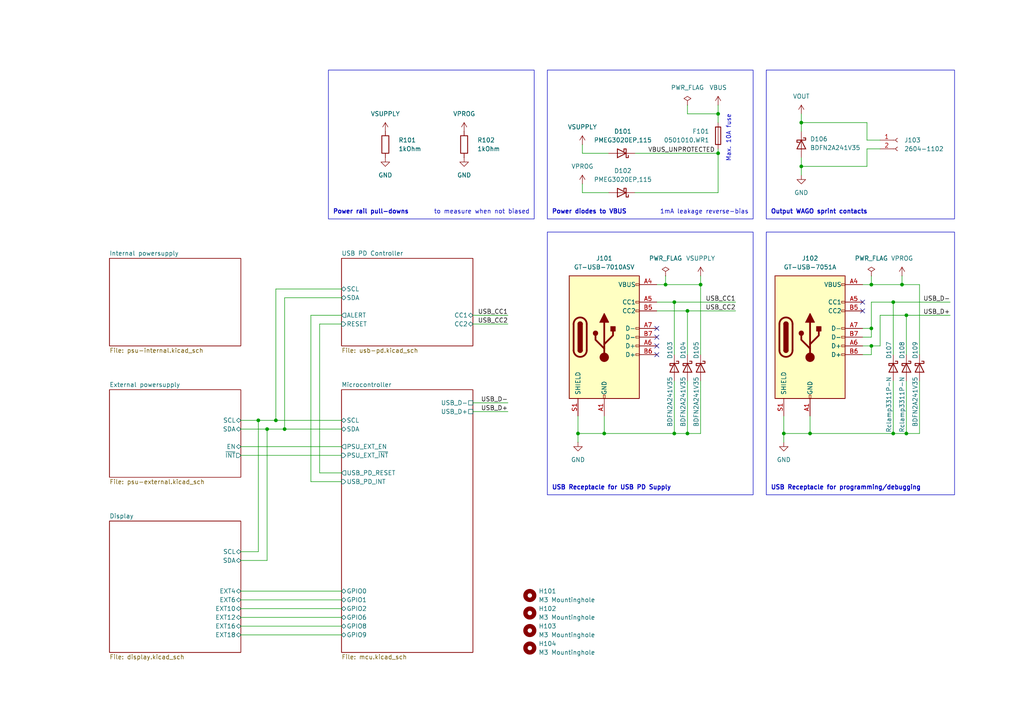
<source format=kicad_sch>
(kicad_sch (version 20231120) (generator "eeschema") (generator_version "8.0")
  (paper "A4")
  (title_block (title "Variable USB power supply") (date "2024-04-23") (rev "1") (company "Sarif"))
  (lib_symbols
    (symbol "Connector:Conn_01x02_Socket" (pin_names (offset 1.016) hide)
      (property "Reference" "J" (at 0 2.54 0))
      (property "Value" "Conn_01x02_Socket" (at 0 -5.08 0))
      (symbol "Conn_01x02_Socket_1_1"
        (arc (start 0 -2.032) (mid -0.5058 -2.54) (end 0 -3.048) (stroke (width 0.1524)))
        (polyline (pts (xy -1.27 -2.54) (xy -0.508 -2.54)) (stroke (width 0.1524)))
        (polyline (pts (xy -1.27 0) (xy -0.508 0)) (stroke (width 0.1524)))
        (arc (start 0 0.508) (mid -0.5058 0) (end 0 -0.508) (stroke (width 0.1524)))
        (pin passive line (at -5.08 0 0) (length 3.81) (name "Pin_1") (number "1"))
        (pin passive line (at -5.08 -2.54 0) (length 3.81) (name "Pin_2") (number "2"))
      )
    )
    (symbol "Connector:USB_C_Receptacle_USB2.0_14P" (pin_names (offset 1.016))
      (property "Reference" "J" (at 0 22.225 0))
      (property "Value" "USB_C_Receptacle_USB2.0_14P" (at 0 19.685 0))
      (symbol "USB_C_Receptacle_USB2.0_14P_0_0"
        (rectangle (start -0.254 -17.78) (end 0.254 -16.764))
        (rectangle (start 10.16 -4.826) (end 9.144 -5.334))
        (rectangle (start 10.16 -2.286) (end 9.144 -2.794))
        (rectangle (start 10.16 0.254) (end 9.144 -0.254))
        (rectangle (start 10.16 2.794) (end 9.144 2.286))
        (rectangle (start 10.16 7.874) (end 9.144 7.366))
        (rectangle (start 10.16 10.414) (end 9.144 9.906))
        (rectangle (start 10.16 15.494) (end 9.144 14.986))
      )
      (symbol "USB_C_Receptacle_USB2.0_14P_0_1"
        (rectangle (start -10.16 17.78) (end 10.16 -17.78) (stroke (width 0.254)) (fill (type background)))
        (arc (start -8.89 -3.81) (mid -6.985 -5.7067) (end -5.08 -3.81) (stroke (width 0.508)))
        (arc (start -7.62 -3.81) (mid -6.985 -4.4423) (end -6.35 -3.81) (stroke (width 0.254)))
        (arc (start -7.62 -3.81) (mid -6.985 -4.4423) (end -6.35 -3.81) (stroke (width 0.254)) (fill (type outline)))
        (rectangle (start -7.62 -3.81) (end -6.35 3.81) (stroke (width 0.254)) (fill (type outline)))
        (arc (start -6.35 3.81) (mid -6.985 4.4423) (end -7.62 3.81) (stroke (width 0.254)))
        (arc (start -6.35 3.81) (mid -6.985 4.4423) (end -7.62 3.81) (stroke (width 0.254)) (fill (type outline)))
        (arc (start -5.08 3.81) (mid -6.985 5.7067) (end -8.89 3.81) (stroke (width 0.508)))
        (circle (center -2.54 1.143) (radius 0.635) (stroke (width 0.254)) (fill (type outline)))
        (circle (center 0 -5.842) (radius 1.27) (fill (type outline)))
        (polyline (pts (xy -8.89 -3.81) (xy -8.89 3.81)) (stroke (width 0.508)))
        (polyline (pts (xy -5.08 3.81) (xy -5.08 -3.81)) (stroke (width 0.508)))
        (polyline (pts (xy 0 -5.842) (xy 0 4.318)) (stroke (width 0.508)))
        (polyline (pts (xy 0 -3.302) (xy -2.54 -0.762) (xy -2.54 0.508)) (stroke (width 0.508)))
        (polyline (pts (xy 0 -2.032) (xy 2.54 0.508) (xy 2.54 1.778)) (stroke (width 0.508)))
        (polyline (pts (xy -1.27 4.318) (xy 0 6.858) (xy 1.27 4.318) (xy -1.27 4.318)) (stroke (width 0.254)) (fill (type outline)))
        (rectangle (start 1.905 1.778) (end 3.175 3.048) (stroke (width 0.254)) (fill (type outline)))
      )
      (symbol "USB_C_Receptacle_USB2.0_14P_1_1"
        (pin passive line (at 0 -22.86 90) (length 5.08) (name "GND") (number "A1"))
        (pin passive line (at 0 -22.86 90) (length 5.08) hide (name "GND") (number "A12"))
        (pin passive line (at 15.24 15.24 180) (length 5.08) (name "VBUS") (number "A4"))
        (pin bidirectional line (at 15.24 10.16 180) (length 5.08) (name "CC1") (number "A5"))
        (pin bidirectional line (at 15.24 -2.54 180) (length 5.08) (name "D+") (number "A6"))
        (pin bidirectional line (at 15.24 2.54 180) (length 5.08) (name "D-") (number "A7"))
        (pin passive line (at 15.24 15.24 180) (length 5.08) hide (name "VBUS") (number "A9"))
        (pin passive line (at 0 -22.86 90) (length 5.08) hide (name "GND") (number "B1"))
        (pin passive line (at 0 -22.86 90) (length 5.08) hide (name "GND") (number "B12"))
        (pin passive line (at 15.24 15.24 180) (length 5.08) hide (name "VBUS") (number "B4"))
        (pin bidirectional line (at 15.24 7.62 180) (length 5.08) (name "CC2") (number "B5"))
        (pin bidirectional line (at 15.24 -5.08 180) (length 5.08) (name "D+") (number "B6"))
        (pin bidirectional line (at 15.24 0 180) (length 5.08) (name "D-") (number "B7"))
        (pin passive line (at 15.24 15.24 180) (length 5.08) hide (name "VBUS") (number "B9"))
        (pin passive line (at -7.62 -22.86 90) (length 5.08) (name "SHIELD") (number "S1"))
      )
    )
    (symbol "Device:D_Schottky" (pin_numbers hide) (pin_names (offset 1.016) hide)
      (property "Reference" "D" (at 0 2.54 0))
      (property "Value" "D_Schottky" (at 0 -2.54 0))
      (symbol "D_Schottky_0_1"
        (polyline (pts (xy 1.27 0) (xy -1.27 0)))
        (polyline (pts (xy 1.27 1.27) (xy 1.27 -1.27) (xy -1.27 0) (xy 1.27 1.27)) (stroke (width 0.254)))
        (polyline (pts (xy -1.905 0.635) (xy -1.905 1.27) (xy -1.27 1.27) (xy -1.27 -1.27) (xy -0.635 -1.27) (xy -0.635 -0.635)) (stroke (width 0.254)))
      )
      (symbol "D_Schottky_1_1"
        (pin passive line (at -3.81 0 0) (length 2.54) (name "K") (number "1"))
        (pin passive line (at 3.81 0 180) (length 2.54) (name "A") (number "2"))
      )
    )
    (symbol "Device:Fuse" (pin_numbers hide) (pin_names (offset 0))
      (property "Reference" "F" (at 2.032 0 90))
      (property "Value" "Fuse" (at -1.905 0 90))
      (symbol "Fuse_0_1"
        (rectangle (start -0.762 -2.54) (end 0.762 2.54) (stroke (width 0.254)))
        (polyline (pts (xy 0 2.54) (xy 0 -2.54)))
      )
      (symbol "Fuse_1_1"
        (pin passive line (at 0 3.81 270) (length 1.27) (name "~") (number "1"))
        (pin passive line (at 0 -3.81 90) (length 1.27) (name "~") (number "2"))
      )
    )
    (symbol "Device:R" (pin_numbers hide) (pin_names (offset 0))
      (property "Reference" "R" (at 2.032 0 90))
      (property "Value" "R" (at 0 0 90))
      (symbol "R_0_1"
        (rectangle (start -1.016 -2.54) (end 1.016 2.54) (stroke (width 0.254)))
      )
      (symbol "R_1_1"
        (pin passive line (at 0 3.81 270) (length 1.27) (name "~") (number "1"))
        (pin passive line (at 0 -3.81 90) (length 1.27) (name "~") (number "2"))
      )
    )
    (symbol "Mechanical:MountingHole" (pin_names (offset 1.016)) (exclude_from_sim yes) (in_bom no)
      (property "Reference" "H" (at 0 5.08 0))
      (property "Value" "MountingHole" (at 0 3.175 0))
      (symbol "MountingHole_0_1"
        (circle (center 0 0) (radius 1.27) (stroke (width 1.27)))
      )
    )
    (symbol "power:GND" (power) (pin_numbers hide) (pin_names (offset 0) hide)
      (property "Value" "GND" (at 0 -3.81 0))
      (symbol "GND_0_1"
        (polyline (pts (xy 0 0) (xy 0 -1.27) (xy 1.27 -1.27) (xy 0 -2.54) (xy -1.27 -1.27) (xy 0 -1.27)))
      )
      (symbol "GND_1_1"
        (pin power_in line (at 0 0 270) (length 0) (name "~") (number "1"))
      )
    )
    (symbol "power:PWR_FLAG" (power) (pin_numbers hide) (pin_names (offset 0) hide)
      (property "Value" "PWR_FLAG" (at 0 3.81 0))
      (symbol "PWR_FLAG_0_0"
        (pin power_out line (at 0 0 90) (length 0) (name "~") (number "1"))
      )
      (symbol "PWR_FLAG_0_1"
        (polyline (pts (xy 0 0) (xy 0 1.27) (xy -1.016 1.905) (xy 0 2.54) (xy 1.016 1.905) (xy 0 1.27)))
      )
    )
    (symbol "power:VBUS" (power) (pin_numbers hide) (pin_names (offset 0) hide)
      (property "Value" "VBUS" (at 0 3.556 0))
      (symbol "VBUS_0_1"
        (polyline (pts (xy -0.762 1.27) (xy 0 2.54)))
        (polyline (pts (xy 0 0) (xy 0 2.54)))
        (polyline (pts (xy 0 2.54) (xy 0.762 1.27)))
      )
      (symbol "VBUS_1_1"
        (pin power_in line (at 0 0 90) (length 0) (name "~") (number "1"))
      )
    )
  )
  (junction (at 234.95 125.73))
  (junction (at 262.89 125.73))
  (junction (at 259.08 125.73))
  (junction (at 195.58 125.73))
  (junction (at 232.41 35.56))
  (junction (at 195.58 87.63))
  (junction (at 252.73 95.25))
  (junction (at 199.39 125.73))
  (junction (at 262.89 91.44))
  (junction (at 261.62 82.55))
  (junction (at 82.55 124.46))
  (junction (at 167.64 125.73))
  (junction (at 80.01 121.92))
  (junction (at 203.2 82.55))
  (junction (at 199.39 90.17))
  (junction (at 232.41 48.26))
  (junction (at 193.04 82.55))
  (junction (at 208.28 33.02))
  (junction (at 259.08 87.63))
  (junction (at 227.33 125.73))
  (junction (at 175.26 125.73))
  (junction (at 74.93 121.92))
  (junction (at 77.47 124.46))
  (junction (at 252.73 82.55))
  (junction (at 252.73 100.33))
  (junction (at 208.28 44.45))
  (no_connect (at 190.5 102.87))
  (no_connect (at 190.5 97.79))
  (no_connect (at 250.19 87.63))
  (no_connect (at 190.5 100.33))
  (no_connect (at 190.5 95.25))
  (no_connect (at 250.19 90.17))
  (wire (pts (xy 259.08 87.63) (xy 275.59 87.63)))
  (wire (pts (xy 184.15 55.88) (xy 208.28 55.88)))
  (wire (pts (xy 203.2 102.87) (xy 203.2 82.55)))
  (wire (pts (xy 208.28 33.02) (xy 208.28 35.56)))
  (wire (pts (xy 195.58 87.63) (xy 195.58 102.87)))
  (wire (pts (xy 234.95 125.73) (xy 234.95 120.65)))
  (wire (pts (xy 250.19 82.55) (xy 252.73 82.55)))
  (wire (pts (xy 255.27 43.18) (xy 251.46 43.18)))
  (wire (pts (xy 168.91 44.45) (xy 176.53 44.45)))
  (wire (pts (xy 252.73 80.01) (xy 252.73 82.55)))
  (wire (pts (xy 232.41 48.26) (xy 232.41 50.8)))
  (wire (pts (xy 167.64 120.65) (xy 167.64 125.73)))
  (wire (pts (xy 251.46 43.18) (xy 251.46 48.26)))
  (wire (pts (xy 252.73 82.55) (xy 261.62 82.55)))
  (wire (pts (xy 262.89 91.44) (xy 262.89 102.87)))
  (wire (pts (xy 69.85 124.46) (xy 77.47 124.46)))
  (wire (pts (xy 199.39 125.73) (xy 195.58 125.73)))
  (wire (pts (xy 190.5 82.55) (xy 193.04 82.55)))
  (wire (pts (xy 82.55 124.46) (xy 99.06 124.46)))
  (wire (pts (xy 252.73 97.79) (xy 250.19 97.79)))
  (wire (pts (xy 137.16 91.44) (xy 147.32 91.44)))
  (wire (pts (xy 261.62 80.01) (xy 261.62 82.55)))
  (wire (pts (xy 69.85 171.45) (xy 99.06 171.45)))
  (wire (pts (xy 168.91 41.91) (xy 168.91 44.45)))
  (wire (pts (xy 69.85 181.61) (xy 99.06 181.61)))
  (wire (pts (xy 168.91 53.34) (xy 168.91 55.88)))
  (wire (pts (xy 255.27 91.44) (xy 262.89 91.44)))
  (wire (pts (xy 190.5 87.63) (xy 195.58 87.63)))
  (wire (pts (xy 82.55 86.36) (xy 82.55 124.46)))
  (wire (pts (xy 251.46 35.56) (xy 251.46 40.64)))
  (wire (pts (xy 251.46 48.26) (xy 232.41 48.26)))
  (wire (pts (xy 199.39 90.17) (xy 213.36 90.17)))
  (wire (pts (xy 69.85 129.54) (xy 99.06 129.54)))
  (wire (pts (xy 203.2 110.49) (xy 203.2 125.73)))
  (wire (pts (xy 259.08 87.63) (xy 259.08 102.87)))
  (wire (pts (xy 255.27 100.33) (xy 255.27 91.44)))
  (wire (pts (xy 69.85 121.92) (xy 74.93 121.92)))
  (wire (pts (xy 69.85 173.99) (xy 99.06 173.99)))
  (wire (pts (xy 234.95 125.73) (xy 259.08 125.73)))
  (wire (pts (xy 184.15 44.45) (xy 208.28 44.45)))
  (wire (pts (xy 80.01 83.82) (xy 80.01 121.92)))
  (wire (pts (xy 266.7 110.49) (xy 266.7 125.73)))
  (wire (pts (xy 227.33 125.73) (xy 234.95 125.73)))
  (wire (pts (xy 203.2 125.73) (xy 199.39 125.73)))
  (wire (pts (xy 252.73 95.25) (xy 252.73 87.63)))
  (wire (pts (xy 80.01 121.92) (xy 99.06 121.92)))
  (wire (pts (xy 266.7 125.73) (xy 262.89 125.73)))
  (wire (pts (xy 137.16 116.84) (xy 147.32 116.84)))
  (wire (pts (xy 266.7 82.55) (xy 261.62 82.55)))
  (wire (pts (xy 92.71 137.16) (xy 92.71 93.98)))
  (wire (pts (xy 199.39 30.48) (xy 199.39 33.02)))
  (wire (pts (xy 232.41 48.26) (xy 232.41 45.72)))
  (wire (pts (xy 203.2 80.01) (xy 203.2 82.55)))
  (wire (pts (xy 252.73 100.33) (xy 255.27 100.33)))
  (wire (pts (xy 69.85 179.07) (xy 99.06 179.07)))
  (wire (pts (xy 99.06 86.36) (xy 82.55 86.36)))
  (wire (pts (xy 208.28 55.88) (xy 208.28 44.45)))
  (wire (pts (xy 90.17 91.44) (xy 90.17 139.7)))
  (wire (pts (xy 199.39 90.17) (xy 199.39 102.87)))
  (wire (pts (xy 199.39 110.49) (xy 199.39 125.73)))
  (wire (pts (xy 77.47 124.46) (xy 82.55 124.46)))
  (wire (pts (xy 262.89 91.44) (xy 275.59 91.44)))
  (wire (pts (xy 99.06 137.16) (xy 92.71 137.16)))
  (wire (pts (xy 69.85 160.02) (xy 74.93 160.02)))
  (wire (pts (xy 232.41 33.02) (xy 232.41 35.56)))
  (wire (pts (xy 77.47 162.56) (xy 69.85 162.56)))
  (wire (pts (xy 232.41 38.1) (xy 232.41 35.56)))
  (wire (pts (xy 252.73 95.25) (xy 252.73 97.79)))
  (wire (pts (xy 168.91 55.88) (xy 176.53 55.88)))
  (wire (pts (xy 193.04 80.01) (xy 193.04 82.55)))
  (wire (pts (xy 252.73 87.63) (xy 259.08 87.63)))
  (wire (pts (xy 74.93 160.02) (xy 74.93 121.92)))
  (wire (pts (xy 252.73 102.87) (xy 250.19 102.87)))
  (wire (pts (xy 137.16 119.38) (xy 147.32 119.38)))
  (wire (pts (xy 167.64 125.73) (xy 175.26 125.73)))
  (wire (pts (xy 208.28 43.18) (xy 208.28 44.45)))
  (wire (pts (xy 208.28 30.48) (xy 208.28 33.02)))
  (wire (pts (xy 250.19 100.33) (xy 252.73 100.33)))
  (wire (pts (xy 199.39 33.02) (xy 208.28 33.02)))
  (wire (pts (xy 92.71 93.98) (xy 99.06 93.98)))
  (wire (pts (xy 167.64 125.73) (xy 167.64 128.27)))
  (wire (pts (xy 227.33 120.65) (xy 227.33 125.73)))
  (wire (pts (xy 175.26 125.73) (xy 175.26 120.65)))
  (wire (pts (xy 262.89 125.73) (xy 262.89 110.49)))
  (wire (pts (xy 74.93 121.92) (xy 80.01 121.92)))
  (wire (pts (xy 137.16 93.98) (xy 147.32 93.98)))
  (wire (pts (xy 190.5 90.17) (xy 199.39 90.17)))
  (wire (pts (xy 69.85 184.15) (xy 99.06 184.15)))
  (wire (pts (xy 252.73 100.33) (xy 252.73 102.87)))
  (wire (pts (xy 193.04 82.55) (xy 203.2 82.55)))
  (wire (pts (xy 99.06 91.44) (xy 90.17 91.44)))
  (wire (pts (xy 251.46 40.64) (xy 255.27 40.64)))
  (wire (pts (xy 250.19 95.25) (xy 252.73 95.25)))
  (wire (pts (xy 195.58 87.63) (xy 213.36 87.63)))
  (wire (pts (xy 195.58 125.73) (xy 195.58 110.49)))
  (wire (pts (xy 69.85 132.08) (xy 99.06 132.08)))
  (wire (pts (xy 232.41 35.56) (xy 251.46 35.56)))
  (wire (pts (xy 69.85 176.53) (xy 99.06 176.53)))
  (wire (pts (xy 227.33 125.73) (xy 227.33 128.27)))
  (wire (pts (xy 266.7 102.87) (xy 266.7 82.55)))
  (wire (pts (xy 259.08 125.73) (xy 259.08 110.49)))
  (wire (pts (xy 90.17 139.7) (xy 99.06 139.7)))
  (wire (pts (xy 99.06 83.82) (xy 80.01 83.82)))
  (wire (pts (xy 259.08 125.73) (xy 262.89 125.73)))
  (wire (pts (xy 77.47 124.46) (xy 77.47 162.56)))
  (wire (pts (xy 175.26 125.73) (xy 195.58 125.73)))
  (rectangle (start 158.75 67.31) (end 218.44 143.51))
  (rectangle (start 222.25 67.31) (end 276.86 143.51))
  (rectangle (start 95.25 20.32) (end 154.94 63.5))
  (rectangle (start 222.25 20.32) (end 276.86 63.5))
  (rectangle (start 158.75 20.32) (end 218.44 63.5))
  (text "to measure when not biased" (at 153.67 62.23 0) (effects (font (size 1.27 1.27)) (justify right bottom)))
  (text "Max. 10A fuse" (at 212.09 46.99 90) (effects (font (size 1.27 1.27)) (justify left bottom)))
  (text "Power rail pull-downs" (at 96.52 62.23 0) (effects (font (size 1.27 1.27) (thickness 0.254) (bold yes)) (justify left bottom)))
  (text "USB Receptacle for programming/debugging" (at 223.52 142.24 0) (effects (font (size 1.27 1.27) (thickness 0.254) (bold yes)) (justify left bottom)))
  (text "USB Receptacle for USB PD Supply" (at 160.02 142.24 0) (effects (font (size 1.27 1.27) (thickness 0.254) (bold yes)) (justify left bottom)))
  (text "1mA leakage reverse-bias" (at 217.17 62.23 0) (effects (font (size 1.27 1.27)) (justify right bottom)))
  (text "Power diodes to VBUS" (at 160.02 62.23 0) (effects (font (size 1.27 1.27) (thickness 0.254) (bold yes)) (justify left bottom)))
  (text "Output WAGO sprint contacts" (at 223.52 62.23 0) (effects (font (size 1.27 1.27) (thickness 0.254) (bold yes)) (justify left bottom)))
  (label "USB_CC2" (at 147.32 93.98 180))
  (label "USB_CC1" (at 147.32 91.44 180))
  (label "USB_D+" (at 147.32 119.38 180))
  (label "USB_D-" (at 275.59 87.63 180))
  (label "USB_D+" (at 275.59 91.44 180))
  (label "USB_D-" (at 147.32 116.84 180))
  (label "USB_CC2" (at 213.36 90.17 180))
  (label "VBUS_UNPROTECTED" (at 187.96 44.45 0))
  (label "USB_CC1" (at 213.36 87.63 180))
  (symbol (lib_id "power:VBUS") (at 203.2 80.01 0) (unit 1)
    (property "Reference" "#PWR0104" (effects (hide yes)))
    (property "Value" "VSUPPLY" (at 203.2 74.93 0))
    (property "Description" "Power symbol creates a global label with name \"VBUS\"" (effects (hide yes)))
  )
  (symbol (lib_id "power:VBUS") (at 134.62 38.1 0) (unit 1)
    (property "Reference" "#PWR0111" (effects (hide yes)))
    (property "Value" "VPROG" (at 134.62 33.02 0))
    (property "Description" "Power symbol creates a global label with name \"VBUS\"" (effects (hide yes)))
  )
  (symbol (lib_id "Mechanical:MountingHole") (at 153.67 177.8 0) (unit 1) (exclude_from_sim yes) (in_bom no)
    (property "Reference" "H102" (at 156.21 176.5299 0) (effects (justify left)))
    (property "Value" "M3 Mountinghole" (at 156.21 179.0699 0) (effects (justify left)))
    (property "Footprint" "project:MountingHole_3.2mm_M3" (effects (hide yes)))
    (property "Description" "Mounting Hole without connection" (effects (hide yes)))
  )
  (symbol (lib_id "Device:D_Schottky") (at 180.34 44.45 180) (unit 1)
    (property "Reference" "D101" (at 180.6575 38.1 0))
    (property "Value" "PMEG3020EP,115" (at 180.6575 40.64 0))
    (property "Footprint" "Diode_SMD:D_SOD-128" (effects (hide yes)))
    (property "Description" "Schottky diode" (effects (hide yes)))
    (property "LCSC" "C513108" (effects (hide yes)))
  )
  (symbol (lib_id "power:GND") (at 167.64 128.27 0) (unit 1)
    (property "Reference" "#PWR0101" (effects (hide yes)))
    (property "Value" "GND" (at 167.64 133.35 0))
    (property "Description" "Power symbol creates a global label with name \"GND\" , ground" (effects (hide yes)))
  )
  (symbol (lib_id "power:VBUS") (at 111.76 38.1 0) (unit 1)
    (property "Reference" "#PWR0110" (effects (hide yes)))
    (property "Value" "VSUPPLY" (at 111.76 33.02 0))
    (property "Description" "Power symbol creates a global label with name \"VBUS\"" (effects (hide yes)))
  )
  (symbol (lib_id "Device:R") (at 111.76 41.91 180) (unit 1)
    (property "Reference" "R101" (at 115.57 40.64 0) (effects (justify right)))
    (property "Value" "1kOhm" (at 115.57 43.18 0) (effects (justify right)))
    (property "Footprint" "Resistor_SMD:R_0402_1005Metric" (effects (hide yes)))
    (property "LCSC" "C11702" (effects (hide yes)))
  )
  (symbol (lib_id "Connector:USB_C_Receptacle_USB2.0_14P") (at 234.95 97.79 0) (unit 1)
    (property "Reference" "J102" (at 234.95 74.93 0))
    (property "Value" "GT-USB-7051A" (at 234.95 77.47 0))
    (property "Footprint" "Connector_USB:USB_C_Receptacle_G-Switch_GT-USB-7051x" (effects (hide yes)))
    (property "Datasheet" "https://www.usb.org/sites/default/files/documents/usb_type-c.zip" (effects (hide yes)))
    (property "Description" "USB 2.0-only 14P Type-C Receptacle connector" (effects (hide yes)))
    (property "LCSC" "C2843970" (effects (hide yes)))
  )
  (symbol (lib_id "power:VBUS") (at 208.28 30.48 0) (unit 1)
    (property "Reference" "#PWR0105" (effects (hide yes)))
    (property "Value" "VBUS" (at 208.28 25.4 0))
    (property "Description" "Power symbol creates a global label with name \"VBUS\"" (effects (hide yes)))
  )
  (symbol (lib_id "power:PWR_FLAG") (at 193.04 80.01 0) (unit 1)
    (property "Reference" "#FLG0101" (effects (hide yes)))
    (property "Value" "PWR_FLAG" (at 193.04 74.93 0))
    (property "Description" "Special symbol for telling ERC where power comes from" (effects (hide yes)))
  )
  (symbol (lib_id "power:VBUS") (at 232.41 33.02 0) (unit 1)
    (property "Reference" "#PWR0107" (effects (hide yes)))
    (property "Value" "VOUT" (at 232.41 27.94 0))
    (property "Description" "Power symbol creates a global label with name \"VBUS\"" (effects (hide yes)))
  )
  (symbol (lib_id "power:GND") (at 232.41 50.8 0) (unit 1)
    (property "Reference" "#PWR0108" (effects (hide yes)))
    (property "Value" "GND" (at 232.41 55.88 0))
    (property "Description" "Power symbol creates a global label with name \"GND\" , ground" (effects (hide yes)))
  )
  (symbol (lib_id "Connector:USB_C_Receptacle_USB2.0_14P") (at 175.26 97.79 0) (unit 1)
    (property "Reference" "J101" (at 175.26 74.93 0))
    (property "Value" "GT-USB-7010ASV" (at 175.26 77.47 0))
    (property "Footprint" "Connector_USB:USB_C_Receptacle_G-Switch_GT-USB-7010ASV" (effects (hide yes)))
    (property "Datasheet" "https://www.usb.org/sites/default/files/documents/usb_type-c.zip" (effects (hide yes)))
    (property "Description" "USB 2.0-only 14P Type-C Receptacle connector" (effects (hide yes)))
    (property "LCSC" "C2988369" (effects (hide yes)))
  )
  (symbol (lib_id "power:VBUS") (at 261.62 80.01 0) (unit 1)
    (property "Reference" "#PWR0109" (effects (hide yes)))
    (property "Value" "VPROG" (at 261.62 74.93 0))
    (property "Description" "Power symbol creates a global label with name \"VBUS\"" (effects (hide yes)))
  )
  (symbol (lib_id "Mechanical:MountingHole") (at 153.67 172.72 0) (unit 1) (exclude_from_sim yes) (in_bom no)
    (property "Reference" "H101" (at 156.21 171.4499 0) (effects (justify left)))
    (property "Value" "M3 Mountinghole" (at 156.21 173.9899 0) (effects (justify left)))
    (property "Footprint" "project:MountingHole_3.2mm_M3" (effects (hide yes)))
    (property "Description" "Mounting Hole without connection" (effects (hide yes)))
  )
  (symbol (lib_id "power:GND") (at 111.76 45.72 0) (unit 1)
    (property "Reference" "#PWR0112" (effects (hide yes)))
    (property "Value" "GND" (at 111.76 50.8 0))
    (property "Description" "Power symbol creates a global label with name \"GND\" , ground" (effects (hide yes)))
  )
  (symbol (lib_id "power:PWR_FLAG") (at 199.39 30.48 0) (unit 1)
    (property "Reference" "#FLG0102" (effects (hide yes)))
    (property "Value" "PWR_FLAG" (at 199.39 25.4 0))
    (property "Description" "Special symbol for telling ERC where power comes from" (effects (hide yes)))
  )
  (symbol (lib_id "power:GND") (at 227.33 128.27 0) (unit 1)
    (property "Reference" "#PWR0106" (effects (hide yes)))
    (property "Value" "GND" (at 227.33 133.35 0))
    (property "Description" "Power symbol creates a global label with name \"GND\" , ground" (effects (hide yes)))
  )
  (symbol (lib_id "power:GND") (at 134.62 45.72 0) (unit 1)
    (property "Reference" "#PWR0113" (effects (hide yes)))
    (property "Value" "GND" (at 134.62 50.8 0))
    (property "Description" "Power symbol creates a global label with name \"GND\" , ground" (effects (hide yes)))
  )
  (symbol (lib_id "Device:D_Schottky") (at 203.2 106.68 270) (unit 1)
    (property "Reference" "D105" (at 201.93 104.14 0) (effects (justify right)))
    (property "Value" "BDFN2A241V35" (at 201.93 109.22 0) (effects (justify left)))
    (property "Footprint" "Diode_SMD:D_SOD-882" (effects (hide yes)))
    (property "Description" "Schottky diode" (effects (hide yes)))
    (property "LCSC" "C406193" (effects (hide yes)))
  )
  (symbol (lib_id "Device:D_Schottky") (at 199.39 106.68 270) (unit 1)
    (property "Reference" "D104" (at 198.12 104.14 0) (effects (justify right)))
    (property "Value" "BDFN2A241V35" (at 198.12 109.22 0) (effects (justify left)))
    (property "Footprint" "Diode_SMD:D_SOD-882" (effects (hide yes)))
    (property "Description" "Schottky diode" (effects (hide yes)))
    (property "LCSC" "C406193" (effects (hide yes)))
  )
  (symbol (lib_id "Device:Fuse") (at 208.28 39.37 180) (unit 1)
    (property "Reference" "F101" (at 205.74 38.1 0) (effects (justify left)))
    (property "Value" "0501010.WR1" (at 205.74 40.64 0) (effects (justify left)))
    (property "Footprint" "Fuse:Fuse_1206_3216Metric" (effects (hide yes)))
    (property "Datasheet" "https://datasheet.lcsc.com/lcsc/2311021101_Littelfuse-0501010-WR1_C207003.pdf" (effects (hide yes)))
    (property "LCSC" "C207003" (effects (hide yes)))
  )
  (symbol (lib_id "Mechanical:MountingHole") (at 153.67 187.96 0) (unit 1) (exclude_from_sim yes) (in_bom no)
    (property "Reference" "H104" (at 156.21 186.6899 0) (effects (justify left)))
    (property "Value" "M3 Mountinghole" (at 156.21 189.2299 0) (effects (justify left)))
    (property "Footprint" "project:MountingHole_3.2mm_M3" (effects (hide yes)))
    (property "Description" "Mounting Hole without connection" (effects (hide yes)))
  )
  (symbol (lib_id "Device:R") (at 134.62 41.91 180) (unit 1)
    (property "Reference" "R102" (at 138.43 40.64 0) (effects (justify right)))
    (property "Value" "1kOhm" (at 138.43 43.18 0) (effects (justify right)))
    (property "Footprint" "Resistor_SMD:R_0402_1005Metric" (effects (hide yes)))
    (property "LCSC" "C11702" (effects (hide yes)))
  )
  (symbol (lib_id "Device:D_Schottky") (at 266.7 106.68 270) (unit 1)
    (property "Reference" "D109" (at 265.43 104.14 0) (effects (justify right)))
    (property "Value" "BDFN2A241V35" (at 265.43 109.22 0) (effects (justify left)))
    (property "Footprint" "Diode_SMD:D_SOD-882" (effects (hide yes)))
    (property "Description" "Schottky diode" (effects (hide yes)))
    (property "LCSC" "C406193" (effects (hide yes)))
  )
  (symbol (lib_id "Device:D_Schottky") (at 180.34 55.88 180) (unit 1)
    (property "Reference" "D102" (at 180.6575 49.53 0))
    (property "Value" "PMEG3020EP,115" (at 180.6575 52.07 0))
    (property "Footprint" "Diode_SMD:D_SOD-128" (effects (hide yes)))
    (property "Description" "Schottky diode" (effects (hide yes)))
    (property "LCSC" "C513108" (effects (hide yes)))
  )
  (symbol (lib_id "Device:D_Schottky") (at 195.58 106.68 270) (unit 1)
    (property "Reference" "D103" (at 194.31 104.14 0) (effects (justify right)))
    (property "Value" "BDFN2A241V35" (at 194.31 109.22 0) (effects (justify left)))
    (property "Footprint" "Diode_SMD:D_SOD-882" (effects (hide yes)))
    (property "Description" "Schottky diode" (effects (hide yes)))
    (property "LCSC" "C406193" (effects (hide yes)))
  )
  (symbol (lib_id "Device:D_Schottky") (at 259.08 106.68 270) (unit 1)
    (property "Reference" "D107" (at 257.81 104.14 0) (effects (justify right)))
    (property "Value" "Rclamp3311P-N" (at 257.81 109.22 0) (effects (justify left)))
    (property "Footprint" "Diode_SMD:D_SOD-882" (effects (hide yes)))
    (property "Description" "Schottky diode" (effects (hide yes)))
    (property "LCSC" "C406234" (effects (hide yes)))
  )
  (symbol (lib_id "Connector:Conn_01x02_Socket") (at 260.35 40.64 0) (unit 1)
    (property "Reference" "J103" (at 262.255 40.64 0) (effects (justify left)))
    (property "Value" "2604-1102" (at 262.255 43.18 0) (effects (justify left)))
    (property "Footprint" "project:WAGO-2604-1102" (effects (hide yes)))
  )
  (symbol (lib_id "Mechanical:MountingHole") (at 153.67 182.88 0) (unit 1) (exclude_from_sim yes) (in_bom no)
    (property "Reference" "H103" (at 156.21 181.6099 0) (effects (justify left)))
    (property "Value" "M3 Mountinghole" (at 156.21 184.1499 0) (effects (justify left)))
    (property "Footprint" "project:MountingHole_3.2mm_M3" (effects (hide yes)))
    (property "Description" "Mounting Hole without connection" (effects (hide yes)))
  )
  (symbol (lib_id "Device:D_Schottky") (at 232.41 41.91 270) (unit 1)
    (property "Reference" "D106" (at 234.95 40.3224 90) (effects (justify left)))
    (property "Value" "BDFN2A241V35" (at 234.95 42.8624 90) (effects (justify left)))
    (property "Footprint" "Diode_SMD:D_SOD-882" (effects (hide yes)))
    (property "Description" "Schottky diode" (effects (hide yes)))
    (property "LCSC" "C406193" (effects (hide yes)))
  )
  (symbol (lib_id "power:VBUS") (at 168.91 41.91 0) (unit 1)
    (property "Reference" "#PWR0102" (effects (hide yes)))
    (property "Value" "VSUPPLY" (at 168.91 36.83 0))
    (property "Description" "Power symbol creates a global label with name \"VBUS\"" (effects (hide yes)))
  )
  (symbol (lib_id "Device:D_Schottky") (at 262.89 106.68 270) (unit 1)
    (property "Reference" "D108" (at 261.62 104.14 0) (effects (justify right)))
    (property "Value" "Rclamp3311P-N" (at 261.62 109.22 0) (effects (justify left)))
    (property "Footprint" "Diode_SMD:D_SOD-882" (effects (hide yes)))
    (property "Description" "Schottky diode" (effects (hide yes)))
    (property "LCSC" "C406234" (effects (hide yes)))
  )
  (symbol (lib_id "power:VBUS") (at 168.91 53.34 0) (unit 1)
    (property "Reference" "#PWR0103" (effects (hide yes)))
    (property "Value" "VPROG" (at 168.91 48.26 0))
    (property "Description" "Power symbol creates a global label with name \"VBUS\"" (effects (hide yes)))
  )
  (symbol (lib_id "power:PWR_FLAG") (at 252.73 80.01 0) (unit 1)
    (property "Reference" "#FLG0103" (effects (hide yes)))
    (property "Value" "PWR_FLAG" (at 252.73 74.93 0))
    (property "Description" "Special symbol for telling ERC where power comes from" (effects (hide yes)))
  )
  (sheet (at 31.75 74.93) (size 38.1 25.4) (stroke (width 0.1524))
    (property "Sheetname" "Internal powersupply" (at 31.75 74.2184 0) (effects (justify left bottom)))
    (property "Sheetfile" "psu-internal.kicad_sch" (at 31.75 100.9146 0) (effects (justify left top)))
  )
  (sheet (at 31.75 113.03) (size 38.1 25.4) (stroke (width 0.1524))
    (property "Sheetname" "External powersupply" (at 31.75 112.3184 0) (effects (justify left bottom)))
    (property "Sheetfile" "psu-external.kicad_sch" (at 31.75 139.0146 0) (effects (justify left top)))
    (pin "~{INT}" output (at 69.85 132.08 0))
    (pin "SDA" bidirectional (at 69.85 124.46 0))
    (pin "SCL" bidirectional (at 69.85 121.92 0))
    (pin "EN" bidirectional (at 69.85 129.54 0))
  )
  (sheet (at 99.06 113.03) (size 38.1 76.2) (stroke (width 0.1524))
    (property "Sheetname" "Microcontroller" (at 99.06 112.3184 0) (effects (justify left bottom)))
    (property "Sheetfile" "mcu.kicad_sch" (at 99.06 189.8146 0) (effects (justify left top)))
    (pin "USB_D+" passive (at 137.16 119.38 0))
    (pin "USB_D-" passive (at 137.16 116.84 0))
    (pin "SCL" bidirectional (at 99.06 121.92 180))
    (pin "SDA" bidirectional (at 99.06 124.46 180))
    (pin "USB_PD_INT" input (at 99.06 139.7 180))
    (pin "PSU_EXT_EN" output (at 99.06 129.54 180))
    (pin "USB_PD_RESET" output (at 99.06 137.16 180))
    (pin "PSU_EXT_~{INT}" input (at 99.06 132.08 180))
    (pin "GPIO2" bidirectional (at 99.06 176.53 180))
    (pin "GPIO9" bidirectional (at 99.06 184.15 180))
    (pin "GPIO6" bidirectional (at 99.06 179.07 180))
    (pin "GPIO8" bidirectional (at 99.06 181.61 180))
    (pin "GPIO0" bidirectional (at 99.06 171.45 180))
    (pin "GPIO1" bidirectional (at 99.06 173.99 180))
  )
  (sheet (at 31.75 151.13) (size 38.1 38.1) (stroke (width 0.1524))
    (property "Sheetname" "Display" (at 31.75 150.4184 0) (effects (justify left bottom)))
    (property "Sheetfile" "display.kicad_sch" (at 31.75 189.8146 0) (effects (justify left top)))
    (pin "SCL" bidirectional (at 69.85 160.02 0))
    (pin "SDA" bidirectional (at 69.85 162.56 0))
    (pin "EXT12" bidirectional (at 69.85 179.07 0))
    (pin "EXT10" bidirectional (at 69.85 176.53 0))
    (pin "EXT4" bidirectional (at 69.85 171.45 0))
    (pin "EXT6" bidirectional (at 69.85 173.99 0))
    (pin "EXT18" bidirectional (at 69.85 184.15 0))
    (pin "EXT16" bidirectional (at 69.85 181.61 0))
  )
  (sheet (at 99.06 74.93) (size 38.1 25.4) (stroke (width 0.1524))
    (property "Sheetname" "USB PD Controller" (at 99.06 74.2184 0) (effects (justify left bottom)))
    (property "Sheetfile" "usb-pd.kicad_sch" (at 99.06 100.9146 0) (effects (justify left top)))
    (pin "RESET" input (at 99.06 93.98 180))
    (pin "ALERT" output (at 99.06 91.44 180))
    (pin "SCL" bidirectional (at 99.06 83.82 180))
    (pin "SDA" bidirectional (at 99.06 86.36 180))
    (pin "CC1" bidirectional (at 137.16 91.44 0))
    (pin "CC2" bidirectional (at 137.16 93.98 0))
  )
)
</source>
